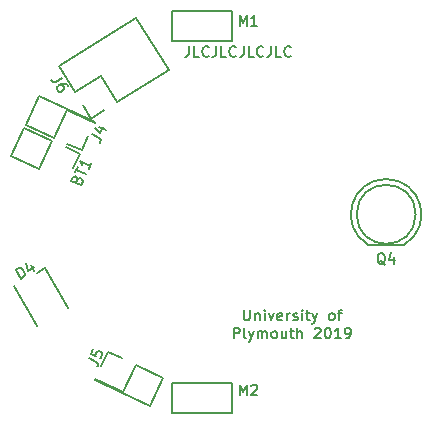
<source format=gbr>
G04 #@! TF.GenerationSoftware,KiCad,Pcbnew,(5.1.2)-2*
G04 #@! TF.CreationDate,2019-07-20T17:19:25+01:00*
G04 #@! TF.ProjectId,Kilobot v2-0,4b696c6f-626f-4742-9076-322d302e6b69,rev?*
G04 #@! TF.SameCoordinates,Original*
G04 #@! TF.FileFunction,Legend,Top*
G04 #@! TF.FilePolarity,Positive*
%FSLAX46Y46*%
G04 Gerber Fmt 4.6, Leading zero omitted, Abs format (unit mm)*
G04 Created by KiCad (PCBNEW (5.1.2)-2) date 2019-07-20 17:19:25*
%MOMM*%
%LPD*%
G04 APERTURE LIST*
%ADD10C,0.160000*%
%ADD11C,0.200000*%
G04 APERTURE END LIST*
D10*
X98892857Y-85887142D02*
X98892857Y-86530000D01*
X98850000Y-86658571D01*
X98764285Y-86744285D01*
X98635714Y-86787142D01*
X98550000Y-86787142D01*
X99750000Y-86787142D02*
X99321428Y-86787142D01*
X99321428Y-85887142D01*
X100564285Y-86701428D02*
X100521428Y-86744285D01*
X100392857Y-86787142D01*
X100307142Y-86787142D01*
X100178571Y-86744285D01*
X100092857Y-86658571D01*
X100050000Y-86572857D01*
X100007142Y-86401428D01*
X100007142Y-86272857D01*
X100050000Y-86101428D01*
X100092857Y-86015714D01*
X100178571Y-85930000D01*
X100307142Y-85887142D01*
X100392857Y-85887142D01*
X100521428Y-85930000D01*
X100564285Y-85972857D01*
X101207142Y-85887142D02*
X101207142Y-86530000D01*
X101164285Y-86658571D01*
X101078571Y-86744285D01*
X100950000Y-86787142D01*
X100864285Y-86787142D01*
X102064285Y-86787142D02*
X101635714Y-86787142D01*
X101635714Y-85887142D01*
X102878571Y-86701428D02*
X102835714Y-86744285D01*
X102707142Y-86787142D01*
X102621428Y-86787142D01*
X102492857Y-86744285D01*
X102407142Y-86658571D01*
X102364285Y-86572857D01*
X102321428Y-86401428D01*
X102321428Y-86272857D01*
X102364285Y-86101428D01*
X102407142Y-86015714D01*
X102492857Y-85930000D01*
X102621428Y-85887142D01*
X102707142Y-85887142D01*
X102835714Y-85930000D01*
X102878571Y-85972857D01*
X103521428Y-85887142D02*
X103521428Y-86530000D01*
X103478571Y-86658571D01*
X103392857Y-86744285D01*
X103264285Y-86787142D01*
X103178571Y-86787142D01*
X104378571Y-86787142D02*
X103950000Y-86787142D01*
X103950000Y-85887142D01*
X105192857Y-86701428D02*
X105150000Y-86744285D01*
X105021428Y-86787142D01*
X104935714Y-86787142D01*
X104807142Y-86744285D01*
X104721428Y-86658571D01*
X104678571Y-86572857D01*
X104635714Y-86401428D01*
X104635714Y-86272857D01*
X104678571Y-86101428D01*
X104721428Y-86015714D01*
X104807142Y-85930000D01*
X104935714Y-85887142D01*
X105021428Y-85887142D01*
X105150000Y-85930000D01*
X105192857Y-85972857D01*
X105835714Y-85887142D02*
X105835714Y-86530000D01*
X105792857Y-86658571D01*
X105707142Y-86744285D01*
X105578571Y-86787142D01*
X105492857Y-86787142D01*
X106692857Y-86787142D02*
X106264285Y-86787142D01*
X106264285Y-85887142D01*
X107507142Y-86701428D02*
X107464285Y-86744285D01*
X107335714Y-86787142D01*
X107250000Y-86787142D01*
X107121428Y-86744285D01*
X107035714Y-86658571D01*
X106992857Y-86572857D01*
X106950000Y-86401428D01*
X106950000Y-86272857D01*
X106992857Y-86101428D01*
X107035714Y-86015714D01*
X107121428Y-85930000D01*
X107250000Y-85887142D01*
X107335714Y-85887142D01*
X107464285Y-85930000D01*
X107507142Y-85972857D01*
D11*
X103548571Y-108192142D02*
X103548571Y-108920714D01*
X103591428Y-109006428D01*
X103634285Y-109049285D01*
X103720000Y-109092142D01*
X103891428Y-109092142D01*
X103977142Y-109049285D01*
X104020000Y-109006428D01*
X104062857Y-108920714D01*
X104062857Y-108192142D01*
X104491428Y-108492142D02*
X104491428Y-109092142D01*
X104491428Y-108577857D02*
X104534285Y-108535000D01*
X104620000Y-108492142D01*
X104748571Y-108492142D01*
X104834285Y-108535000D01*
X104877142Y-108620714D01*
X104877142Y-109092142D01*
X105305714Y-109092142D02*
X105305714Y-108492142D01*
X105305714Y-108192142D02*
X105262857Y-108235000D01*
X105305714Y-108277857D01*
X105348571Y-108235000D01*
X105305714Y-108192142D01*
X105305714Y-108277857D01*
X105648571Y-108492142D02*
X105862857Y-109092142D01*
X106077142Y-108492142D01*
X106762857Y-109049285D02*
X106677142Y-109092142D01*
X106505714Y-109092142D01*
X106420000Y-109049285D01*
X106377142Y-108963571D01*
X106377142Y-108620714D01*
X106420000Y-108535000D01*
X106505714Y-108492142D01*
X106677142Y-108492142D01*
X106762857Y-108535000D01*
X106805714Y-108620714D01*
X106805714Y-108706428D01*
X106377142Y-108792142D01*
X107191428Y-109092142D02*
X107191428Y-108492142D01*
X107191428Y-108663571D02*
X107234285Y-108577857D01*
X107277142Y-108535000D01*
X107362857Y-108492142D01*
X107448571Y-108492142D01*
X107705714Y-109049285D02*
X107791428Y-109092142D01*
X107962857Y-109092142D01*
X108048571Y-109049285D01*
X108091428Y-108963571D01*
X108091428Y-108920714D01*
X108048571Y-108835000D01*
X107962857Y-108792142D01*
X107834285Y-108792142D01*
X107748571Y-108749285D01*
X107705714Y-108663571D01*
X107705714Y-108620714D01*
X107748571Y-108535000D01*
X107834285Y-108492142D01*
X107962857Y-108492142D01*
X108048571Y-108535000D01*
X108477142Y-109092142D02*
X108477142Y-108492142D01*
X108477142Y-108192142D02*
X108434285Y-108235000D01*
X108477142Y-108277857D01*
X108520000Y-108235000D01*
X108477142Y-108192142D01*
X108477142Y-108277857D01*
X108777142Y-108492142D02*
X109120000Y-108492142D01*
X108905714Y-108192142D02*
X108905714Y-108963571D01*
X108948571Y-109049285D01*
X109034285Y-109092142D01*
X109120000Y-109092142D01*
X109334285Y-108492142D02*
X109548571Y-109092142D01*
X109762857Y-108492142D02*
X109548571Y-109092142D01*
X109462857Y-109306428D01*
X109420000Y-109349285D01*
X109334285Y-109392142D01*
X110920000Y-109092142D02*
X110834285Y-109049285D01*
X110791428Y-109006428D01*
X110748571Y-108920714D01*
X110748571Y-108663571D01*
X110791428Y-108577857D01*
X110834285Y-108535000D01*
X110920000Y-108492142D01*
X111048571Y-108492142D01*
X111134285Y-108535000D01*
X111177142Y-108577857D01*
X111220000Y-108663571D01*
X111220000Y-108920714D01*
X111177142Y-109006428D01*
X111134285Y-109049285D01*
X111048571Y-109092142D01*
X110920000Y-109092142D01*
X111477142Y-108492142D02*
X111820000Y-108492142D01*
X111605714Y-109092142D02*
X111605714Y-108320714D01*
X111648571Y-108235000D01*
X111734285Y-108192142D01*
X111820000Y-108192142D01*
X102670000Y-110642142D02*
X102670000Y-109742142D01*
X103012857Y-109742142D01*
X103098571Y-109785000D01*
X103141428Y-109827857D01*
X103184285Y-109913571D01*
X103184285Y-110042142D01*
X103141428Y-110127857D01*
X103098571Y-110170714D01*
X103012857Y-110213571D01*
X102670000Y-110213571D01*
X103698571Y-110642142D02*
X103612857Y-110599285D01*
X103570000Y-110513571D01*
X103570000Y-109742142D01*
X103955714Y-110042142D02*
X104170000Y-110642142D01*
X104384285Y-110042142D02*
X104170000Y-110642142D01*
X104084285Y-110856428D01*
X104041428Y-110899285D01*
X103955714Y-110942142D01*
X104727142Y-110642142D02*
X104727142Y-110042142D01*
X104727142Y-110127857D02*
X104770000Y-110085000D01*
X104855714Y-110042142D01*
X104984285Y-110042142D01*
X105070000Y-110085000D01*
X105112857Y-110170714D01*
X105112857Y-110642142D01*
X105112857Y-110170714D02*
X105155714Y-110085000D01*
X105241428Y-110042142D01*
X105370000Y-110042142D01*
X105455714Y-110085000D01*
X105498571Y-110170714D01*
X105498571Y-110642142D01*
X106055714Y-110642142D02*
X105970000Y-110599285D01*
X105927142Y-110556428D01*
X105884285Y-110470714D01*
X105884285Y-110213571D01*
X105927142Y-110127857D01*
X105970000Y-110085000D01*
X106055714Y-110042142D01*
X106184285Y-110042142D01*
X106270000Y-110085000D01*
X106312857Y-110127857D01*
X106355714Y-110213571D01*
X106355714Y-110470714D01*
X106312857Y-110556428D01*
X106270000Y-110599285D01*
X106184285Y-110642142D01*
X106055714Y-110642142D01*
X107127142Y-110042142D02*
X107127142Y-110642142D01*
X106741428Y-110042142D02*
X106741428Y-110513571D01*
X106784285Y-110599285D01*
X106870000Y-110642142D01*
X106998571Y-110642142D01*
X107084285Y-110599285D01*
X107127142Y-110556428D01*
X107427142Y-110042142D02*
X107770000Y-110042142D01*
X107555714Y-109742142D02*
X107555714Y-110513571D01*
X107598571Y-110599285D01*
X107684285Y-110642142D01*
X107770000Y-110642142D01*
X108070000Y-110642142D02*
X108070000Y-109742142D01*
X108455714Y-110642142D02*
X108455714Y-110170714D01*
X108412857Y-110085000D01*
X108327142Y-110042142D01*
X108198571Y-110042142D01*
X108112857Y-110085000D01*
X108070000Y-110127857D01*
X109527142Y-109827857D02*
X109570000Y-109785000D01*
X109655714Y-109742142D01*
X109870000Y-109742142D01*
X109955714Y-109785000D01*
X109998571Y-109827857D01*
X110041428Y-109913571D01*
X110041428Y-109999285D01*
X109998571Y-110127857D01*
X109484285Y-110642142D01*
X110041428Y-110642142D01*
X110598571Y-109742142D02*
X110684285Y-109742142D01*
X110770000Y-109785000D01*
X110812857Y-109827857D01*
X110855714Y-109913571D01*
X110898571Y-110085000D01*
X110898571Y-110299285D01*
X110855714Y-110470714D01*
X110812857Y-110556428D01*
X110770000Y-110599285D01*
X110684285Y-110642142D01*
X110598571Y-110642142D01*
X110512857Y-110599285D01*
X110470000Y-110556428D01*
X110427142Y-110470714D01*
X110384285Y-110299285D01*
X110384285Y-110085000D01*
X110427142Y-109913571D01*
X110470000Y-109827857D01*
X110512857Y-109785000D01*
X110598571Y-109742142D01*
X111755714Y-110642142D02*
X111241428Y-110642142D01*
X111498571Y-110642142D02*
X111498571Y-109742142D01*
X111412857Y-109870714D01*
X111327142Y-109956428D01*
X111241428Y-109999285D01*
X112184285Y-110642142D02*
X112355714Y-110642142D01*
X112441428Y-110599285D01*
X112484285Y-110556428D01*
X112570000Y-110427857D01*
X112612857Y-110256428D01*
X112612857Y-109913571D01*
X112570000Y-109827857D01*
X112527142Y-109785000D01*
X112441428Y-109742142D01*
X112270000Y-109742142D01*
X112184285Y-109785000D01*
X112141428Y-109827857D01*
X112098571Y-109913571D01*
X112098571Y-110127857D01*
X112141428Y-110213571D01*
X112184285Y-110256428D01*
X112270000Y-110299285D01*
X112441428Y-110299285D01*
X112527142Y-110256428D01*
X112570000Y-110213571D01*
X112612857Y-110127857D01*
D10*
X92026693Y-111752528D02*
X93232082Y-112314611D01*
X91464611Y-112957918D02*
X92026693Y-111752528D01*
X94383093Y-112851336D02*
X96739493Y-113950143D01*
X93284286Y-115207736D02*
X94383093Y-112851336D01*
X90927885Y-114108929D02*
X93284286Y-115207736D01*
X96739493Y-113950143D02*
X95615329Y-116360922D01*
X90927885Y-114108929D02*
X90902528Y-114163307D01*
X90902528Y-114163307D02*
X95615329Y-116360922D01*
X89677472Y-95006693D02*
X89115389Y-96212082D01*
X88472082Y-94444611D02*
X89677472Y-95006693D01*
X87321071Y-93907885D02*
X86196907Y-96318664D01*
X86196907Y-96318664D02*
X83840507Y-95219857D01*
X87321071Y-93907885D02*
X84964671Y-92809078D01*
X84964671Y-92809078D02*
X83840507Y-95219857D01*
X86001218Y-105071250D02*
X86694038Y-104671250D01*
X86694038Y-104671250D02*
X88644038Y-108048750D01*
X84095962Y-106171250D02*
X86045962Y-109548750D01*
X89818507Y-94727172D02*
X88613118Y-94165089D01*
X90380589Y-93521782D02*
X89818507Y-94727172D01*
X87462107Y-93628364D02*
X85105707Y-92529557D01*
X88560914Y-91271964D02*
X87462107Y-93628364D01*
X90917315Y-92370771D02*
X88560914Y-91271964D01*
X85105707Y-92529557D02*
X86229871Y-90118778D01*
X90917315Y-92370771D02*
X90942672Y-92316393D01*
X90942672Y-92316393D02*
X86229871Y-90118778D01*
X97180781Y-87921121D02*
X94425201Y-83511271D01*
X92821814Y-90644907D02*
X97180781Y-87921121D01*
X87861308Y-87612846D02*
X94425201Y-83511271D01*
X92821814Y-90644907D02*
X91444024Y-88439981D01*
X91444024Y-88439981D02*
X89239099Y-89817772D01*
X89239099Y-89817772D02*
X87861308Y-87612846D01*
X91744793Y-91317904D02*
X90616889Y-92022697D01*
X90616889Y-92022697D02*
X89912096Y-90894793D01*
X114045000Y-102690000D02*
X117135000Y-102690000D01*
X118090000Y-100130000D02*
G75*
G03X118090000Y-100130000I-2500000J0D01*
G01*
X115590462Y-97140000D02*
G75*
G03X114045170Y-102690000I-462J-2990000D01*
G01*
X115589538Y-97140000D02*
G75*
G02X117134830Y-102690000I462J-2990000D01*
G01*
X102500000Y-82940000D02*
X102500000Y-85440000D01*
X97500000Y-85440000D02*
X102500000Y-85440000D01*
X97500000Y-82940000D02*
X97500000Y-85440000D01*
X102500000Y-82940000D02*
X97500000Y-82940000D01*
X102500000Y-114450000D02*
X97500000Y-114450000D01*
X97500000Y-114450000D02*
X97500000Y-116950000D01*
X97500000Y-116950000D02*
X102500000Y-116950000D01*
X102500000Y-114450000D02*
X102500000Y-116950000D01*
X90450044Y-112322303D02*
X91032670Y-112593987D01*
X91131083Y-112687165D01*
X91172542Y-112801073D01*
X91157047Y-112935710D01*
X91120823Y-113013394D01*
X90812288Y-111545468D02*
X90631166Y-111933886D01*
X91001471Y-112153850D01*
X90980742Y-112096896D01*
X90978124Y-112001100D01*
X91068685Y-111806891D01*
X91143752Y-111747320D01*
X91200706Y-111726590D01*
X91296501Y-111723973D01*
X91490710Y-111814534D01*
X91550281Y-111889600D01*
X91571011Y-111946554D01*
X91573628Y-112042350D01*
X91483067Y-112236559D01*
X91408001Y-112296130D01*
X91351047Y-112316860D01*
X89452885Y-97193721D02*
X89546064Y-97095308D01*
X89603018Y-97074579D01*
X89698813Y-97071961D01*
X89815339Y-97126298D01*
X89874910Y-97201364D01*
X89895640Y-97258318D01*
X89898257Y-97354114D01*
X89753359Y-97664848D01*
X88937682Y-97284491D01*
X89064468Y-97012599D01*
X89139534Y-96953028D01*
X89196488Y-96932298D01*
X89292284Y-96929681D01*
X89369967Y-96965905D01*
X89429538Y-97040972D01*
X89450268Y-97097926D01*
X89452885Y-97193721D01*
X89326100Y-97465614D01*
X89263702Y-96585340D02*
X89481049Y-96119239D01*
X90188052Y-96732646D02*
X89372375Y-96352289D01*
X90622745Y-95800443D02*
X90405399Y-96266544D01*
X90514072Y-96033494D02*
X89698395Y-95653137D01*
X89778696Y-95785158D01*
X89820155Y-95899066D01*
X89822772Y-95994861D01*
X84678283Y-105584738D02*
X84228283Y-104805316D01*
X84413859Y-104698173D01*
X84546634Y-104671002D01*
X84663722Y-104702376D01*
X84743695Y-104755178D01*
X84866524Y-104882211D01*
X84930810Y-104993557D01*
X84979409Y-105163447D01*
X84985151Y-105259107D01*
X84953777Y-105376194D01*
X84863859Y-105477596D01*
X84678283Y-105584738D01*
X85491744Y-104422266D02*
X85791744Y-104941881D01*
X85134738Y-104232486D02*
X85270590Y-104896359D01*
X85753090Y-104617788D01*
X90686534Y-93373601D02*
X91269160Y-93645285D01*
X91367573Y-93738463D01*
X91409032Y-93852371D01*
X91393537Y-93987008D01*
X91357313Y-94064692D01*
X91302558Y-92762393D02*
X91846343Y-93015964D01*
X90901263Y-92811705D02*
X91393328Y-93277597D01*
X91628787Y-92772654D01*
X88188990Y-88594411D02*
X87643817Y-88935073D01*
X87512071Y-88966861D01*
X87393959Y-88939592D01*
X87289482Y-88853268D01*
X87244060Y-88780579D01*
X88620496Y-89284964D02*
X88529653Y-89139584D01*
X88447886Y-89089605D01*
X88388830Y-89075971D01*
X88234374Y-89071414D01*
X88066283Y-89125912D01*
X87775524Y-89307599D01*
X87725545Y-89389365D01*
X87711911Y-89448421D01*
X87720988Y-89543822D01*
X87811831Y-89689202D01*
X87893598Y-89739181D01*
X87952653Y-89752815D01*
X88048054Y-89743738D01*
X88229779Y-89630184D01*
X88279758Y-89548417D01*
X88293392Y-89489361D01*
X88284315Y-89393961D01*
X88193472Y-89248581D01*
X88111705Y-89198602D01*
X88052649Y-89184968D01*
X87957249Y-89194045D01*
X115514285Y-104392857D02*
X115428571Y-104350000D01*
X115342857Y-104264285D01*
X115214285Y-104135714D01*
X115128571Y-104092857D01*
X115042857Y-104092857D01*
X115085714Y-104307142D02*
X115000000Y-104264285D01*
X114914285Y-104178571D01*
X114871428Y-104007142D01*
X114871428Y-103707142D01*
X114914285Y-103535714D01*
X115000000Y-103450000D01*
X115085714Y-103407142D01*
X115257142Y-103407142D01*
X115342857Y-103450000D01*
X115428571Y-103535714D01*
X115471428Y-103707142D01*
X115471428Y-104007142D01*
X115428571Y-104178571D01*
X115342857Y-104264285D01*
X115257142Y-104307142D01*
X115085714Y-104307142D01*
X116242857Y-103707142D02*
X116242857Y-104307142D01*
X116028571Y-103364285D02*
X115814285Y-104007142D01*
X116371428Y-104007142D01*
X103191428Y-84167142D02*
X103191428Y-83267142D01*
X103491428Y-83910000D01*
X103791428Y-83267142D01*
X103791428Y-84167142D01*
X104691428Y-84167142D02*
X104177142Y-84167142D01*
X104434285Y-84167142D02*
X104434285Y-83267142D01*
X104348571Y-83395714D01*
X104262857Y-83481428D01*
X104177142Y-83524285D01*
X103191428Y-115447142D02*
X103191428Y-114547142D01*
X103491428Y-115190000D01*
X103791428Y-114547142D01*
X103791428Y-115447142D01*
X104177142Y-114632857D02*
X104220000Y-114590000D01*
X104305714Y-114547142D01*
X104520000Y-114547142D01*
X104605714Y-114590000D01*
X104648571Y-114632857D01*
X104691428Y-114718571D01*
X104691428Y-114804285D01*
X104648571Y-114932857D01*
X104134285Y-115447142D01*
X104691428Y-115447142D01*
M02*

</source>
